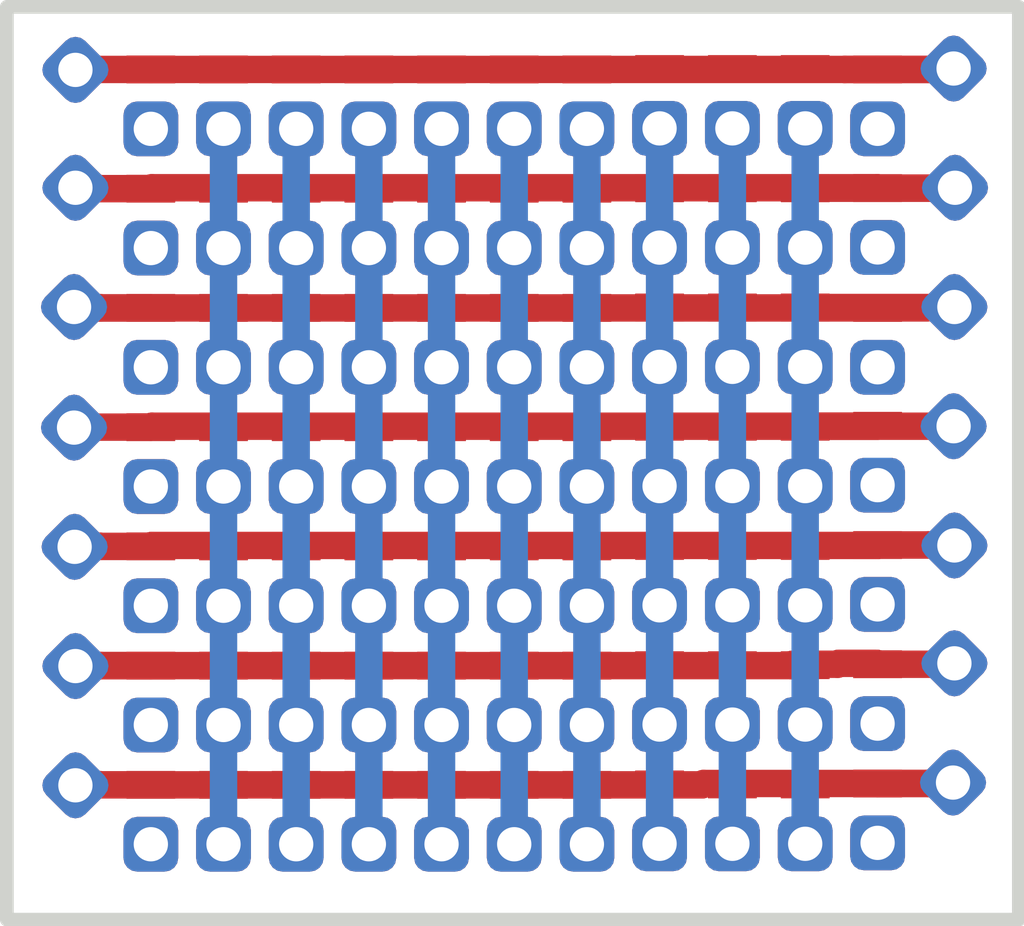
<source format=kicad_pcb>
(kicad_pcb (version 20221018) (generator pcbnew)
  (layers (0 "F.Cu" signal) (31 "B.Cu" signal) (34 "B.Paste" user) (35 "F.Paste" user) (36 "B.SilkS" user "B.Silkscreen") (37 "F.SilkS" user "F.Silkscreen") (38 "B.Mask" user) (39 "F.Mask" user) (44 "Edge.Cuts" user))
  (net 0 "")
  (net 1 "/Col8")
  (net 2 "/Col1")
  (net 3 "/Col2")
  (net 4 "/Col3")
  (net 5 "/Col4")
  (net 6 "/Col5")
  (net 7 "/Col6")
  (net 8 "/Col7")
  (net 9 "/Col10")
  (net 10 "/Col9")
  (net 11 "/Row1")
  (net 12 "/Row2")
  (net 13 "/Row3")
  (net 14 "/Row4")
  (net 15 "/Row5")
  (net 16 "/Row6")
  (net 17 "/Row7")
  (net 18 "/Col11")
  (footprint "Custom footprints:LED_APG0603SEC-E-TT_KNB - with via" (layer "F.Cu") (at 0.53 3.48 -90)
    (fp_text reference "D34" hide)
    (fp_text value "LED" hide)
    (pad "1" smd rect (at -0.2032 0 270) (size 0.2032 0.3556) (layers "F.Cu" "F.Paste" "F.Mask") (net 15 "/Row5"))
    (pad "2" thru_hole roundrect (at 0.23 0 270) (size 0.4 0.4) (drill 0.25) (layers "*.Cu") (net 7 "/Col6"))
  )
  (footprint "Custom footprints:Row Via" (layer "F.Cu") (at -0.64 1.53)
    (fp_text reference "H5" hide)
    (fp_text value "Via Pad" hide)
    (pad "1" thru_hole roundrect (at 0.08 0 45) (size 0.4 0.4) (drill 0.25) (layers "*.Cu" "B.Paste" "B.Mask") (net 13 "/Row3"))
  )
  (footprint "Custom footprints:LED_APG0603SEC-E-TT_KNB - with via" (layer "F.Cu") (at 1.06 5.22 -90)
    (fp_text reference "D47" hide)
    (fp_text value "LED" hide)
    (pad "1" smd rect (at -0.2032 0 270) (size 0.2032 0.3556) (layers "F.Cu" "F.Paste" "F.Mask") (net 17 "/Row7"))
    (pad "2" thru_hole roundrect (at 0.23 0 270) (size 0.4 0.4) (drill 0.25) (layers "*.Cu") (net 6 "/Col5"))
  )
  (footprint "Custom footprints:LED_APG0603SEC-E-TT_KNB - with via" (layer "F.Cu") (at 2.65 0 -90)
    (fp_text reference "D2" hide)
    (fp_text value "LED" hide)
    (pad "1" smd rect (at -0.2032 0 270) (size 0.2032 0.3556) (layers "F.Cu" "F.Paste" "F.Mask") (net 11 "/Row1"))
    (pad "2" thru_hole roundrect (at 0.23 0 270) (size 0.4 0.4) (drill 0.25) (layers "*.Cu") (net 3 "/Col2"))
  )
  (footprint "Custom footprints:Row Via" (layer "F.Cu") (at 5.77429 -0.21)
    (fp_text reference "H1" hide)
    (fp_text value "Via Pad" hide)
    (pad "1" thru_hole roundrect (at 0.08 0 45) (size 0.4 0.4) (drill 0.25) (layers "*.Cu" "B.Paste" "B.Mask") (net 11 "/Row1"))
  )
  (footprint "Custom footprints:LED_APG0603SEC-E-TT_KNB - with via" (layer "F.Cu") (at 0 3.48 -90)
    (fp_text reference "D35" hide)
    (fp_text value "LED" hide)
    (pad "1" smd rect (at -0.2032 0 270) (size 0.2032 0.3556) (layers "F.Cu" "F.Paste" "F.Mask") (net 15 "/Row5"))
    (pad "2" thru_hole roundrect (at 0.23 0 270) (size 0.4 0.4) (drill 0.25) (layers "*.Cu") (net 8 "/Col7"))
  )
  (footprint "Custom footprints:LED_APG0603SEC-E-TT_KNB - with via" (layer "F.Cu") (at 0 0 -90)
    (fp_text reference "D7" hide)
    (fp_text value "LED" hide)
    (pad "1" smd rect (at -0.2032 0 270) (size 0.2032 0.3556) (layers "F.Cu" "F.Paste" "F.Mask") (net 11 "/Row1"))
    (pad "2" thru_hole roundrect (at 0.23 0 270) (size 0.4 0.4) (drill 0.25) (layers "*.Cu") (net 8 "/Col7"))
  )
  (footprint "Custom footprints:Row Via" (layer "F.Cu") (at -0.63 0.66)
    (fp_text reference "H4" hide)
    (fp_text value "Via Pad" hide)
    (pad "1" thru_hole roundrect (at 0.08 0 45) (size 0.4 0.4) (drill 0.25) (layers "*.Cu" "B.Paste" "B.Mask") (net 12 "/Row2"))
  )
  (footprint "Custom footprints:LED_APG0603SEC-E-TT_KNB - with via" (layer "F.Cu") (at 3.71 -0.0032 -90)
    (fp_text reference "D50" hide)
    (fp_text value "LED" hide)
    (pad "1" smd rect (at -0.2032 0 270) (size 0.2032 0.3556) (layers "F.Cu" "F.Paste" "F.Mask") (net 11 "/Row1"))
    (pad "2" thru_hole roundrect (at 0.23 0 270) (size 0.4 0.4) (drill 0.25) (layers "*.Cu") (net 1 "/Col8"))
  )
  (footprint "Custom footprints:LED_APG0603SEC-E-TT_KNB - with via" (layer "F.Cu") (at 1.59 4.35 -90)
    (fp_text reference "D39" hide)
    (fp_text value "LED" hide)
    (pad "1" smd rect (at -0.2032 0 270) (size 0.2032 0.3556) (layers "F.Cu" "F.Paste" "F.Mask") (net 16 "/Row6"))
    (pad "2" thru_hole roundrect (at 0.23 0 270) (size 0.4 0.4) (drill 0.25) (layers "*.Cu") (net 5 "/Col4"))
  )
  (footprint "Custom footprints:LED_APG0603SEC-E-TT_KNB - with via" (layer "F.Cu") (at 1.06 1.74 -90)
    (fp_text reference "D19" hide)
    (fp_text value "LED" hide)
    (pad "1" smd rect (at -0.2032 0 270) (size 0.2032 0.3556) (layers "F.Cu" "F.Paste" "F.Mask") (net 13 "/Row3"))
    (pad "2" thru_hole roundrect (at 0.23 0 270) (size 0.4 0.4) (drill 0.25) (layers "*.Cu") (net 6 "/Col5"))
  )
  (footprint "Custom footprints:Row Via" (layer "F.Cu") (at 5.78 1.53)
    (fp_text reference "H6" hide)
    (fp_text value "Via Pad" hide)
    (pad "1" thru_hole roundrect (at 0.08 0 45) (size 0.4 0.4) (drill 0.25) (layers "*.Cu" "B.Paste" "B.Mask") (net 13 "/Row3"))
  )
  (footprint "Custom footprints:LED_APG0603SEC-E-TT_KNB - with via" (layer "F.Cu") (at 1.06 4.35 -90)
    (fp_text reference "D40" hide)
    (fp_text value "LED" hide)
    (pad "1" smd rect (at -0.2032 0 270) (size 0.2032 0.3556) (layers "F.Cu" "F.Paste" "F.Mask") (net 16 "/Row6"))
    (pad "2" thru_hole roundrect (at 0.23 0 270) (size 0.4 0.4) (drill 0.25) (layers "*.Cu") (net 6 "/Col5"))
  )
  (footprint "Custom footprints:LED_APG0603SEC-E-TT_KNB - with via" (layer "F.Cu") (at 1.06 0.87 -90)
    (fp_text reference "D12" hide)
    (fp_text value "LED" hide)
    (pad "1" smd rect (at -0.2032 0 270) (size 0.2032 0.3556) (layers "F.Cu" "F.Paste" "F.Mask") (net 12 "/Row2"))
    (pad "2" thru_hole roundrect (at 0.23 0 270) (size 0.4 0.4) (drill 0.25) (layers "*.Cu") (net 6 "/Col5"))
  )
  (footprint "Custom footprints:LED_APG0603SEC-E-TT_KNB - with via" (layer "F.Cu") (at 3.71 4.3468 -90)
    (fp_text reference "D55" hide)
    (fp_text value "LED" hide)
    (pad "1" smd rect (at -0.2032 0 270) (size 0.2032 0.3556) (layers "F.Cu" "F.Paste" "F.Mask") (net 16 "/Row6"))
    (pad "2" thru_hole roundrect (at 0.23 0 270) (size 0.4 0.4) (drill 0.25) (layers "*.Cu") (net 1 "/Col8"))
  )
  (footprint "Custom footprints:LED_APG0603SEC-E-TT_KNB - with via" (layer "F.Cu") (at 2.65 4.35 -90)
    (fp_text reference "D37" hide)
    (fp_text value "LED" hide)
    (pad "1" smd rect (at -0.2032 0 270) (size 0.2032 0.3556) (layers "F.Cu" "F.Paste" "F.Mask") (net 16 "/Row6"))
    (pad "2" thru_hole roundrect (at 0.23 0 270) (size 0.4 0.4) (drill 0.25) (layers "*.Cu") (net 3 "/Col2"))
  )
  (footprint "Custom footprints:LED_APG0603SEC-E-TT_KNB - with via" (layer "F.Cu") (at 4.772 -0.0032 -90)
    (fp_text reference "D64" hide)
    (fp_text value "LED" hide)
    (pad "1" smd rect (at -0.2032 0 270) (size 0.2032 0.3556) (layers "F.Cu" "F.Paste" "F.Mask") (net 11 "/Row1"))
    (pad "2" thru_hole roundrect (at 0.23 0 270) (size 0.4 0.4) (drill 0.25) (layers "*.Cu") (net 9 "/Col10"))
  )
  (footprint "Custom footprints:LED_APG0603SEC-E-TT_KNB - with via" (layer "F.Cu") (at 1.06 3.48 -90)
    (fp_text reference "D33" hide)
    (fp_text value "LED" hide)
    (pad "1" smd rect (at -0.2032 0 270) (size 0.2032 0.3556) (layers "F.Cu" "F.Paste" "F.Mask") (net 15 "/Row5"))
    (pad "2" thru_hole roundrect (at 0.23 0 270) (size 0.4 0.4) (drill 0.25) (layers "*.Cu") (net 6 "/Col5"))
  )
  (footprint "Custom footprints:LED_APG0603SEC-E-TT_KNB - with via" (layer "F.Cu") (at 0.53 4.35 -90)
    (fp_text reference "D41" hide)
    (fp_text value "LED" hide)
    (pad "1" smd rect (at -0.2032 0 270) (size 0.2032 0.3556) (layers "F.Cu" "F.Paste" "F.Mask") (net 16 "/Row6"))
    (pad "2" thru_hole roundrect (at 0.23 0 270) (size 0.4 0.4) (drill 0.25) (layers "*.Cu") (net 7 "/Col6"))
  )
  (footprint "Custom footprints:LED_APG0603SEC-E-TT_KNB - with via" (layer "F.Cu") (at 0 0.87 -90)
    (fp_text reference "D14" hide)
    (fp_text value "LED" hide)
    (pad "1" smd rect (at -0.2032 0 270) (size 0.2032 0.3556) (layers "F.Cu" "F.Paste" "F.Mask") (net 12 "/Row2"))
    (pad "2" thru_hole roundrect (at 0.23 0 270) (size 0.4 0.4) (drill 0.25) (layers "*.Cu") (net 8 "/Col7"))
  )
  (footprint "Custom footprints:LED_APG0603SEC-E-TT_KNB - with via" (layer "F.Cu") (at 1.59 0.87 -90)
    (fp_text reference "D11" hide)
    (fp_text value "LED" hide)
    (pad "1" smd rect (at -0.2032 0 270) (size 0.2032 0.3556) (layers "F.Cu" "F.Paste" "F.Mask") (net 12 "/Row2"))
    (pad "2" thru_hole roundrect (at 0.23 0 270) (size 0.4 0.4) (drill 0.25) (layers "*.Cu") (net 5 "/Col4"))
  )
  (footprint "Custom footprints:Row Via" (layer "F.Cu") (at 5.77 5)
    (fp_text reference "H14" hide)
    (fp_text value "Via Pad" hide)
    (pad "1" thru_hole roundrect (at 0.08 0 45) (size 0.4 0.4) (drill 0.25) (layers "*.Cu" "B.Paste" "B.Mask") (net 17 "/Row7"))
  )
  (footprint "Custom footprints:Row Via" (layer "F.Cu") (at 5.78 3.27)
    (fp_text reference "H9" hide)
    (fp_text value "Via Pad" hide)
    (pad "1" thru_hole roundrect (at 0.08 0 45) (size 0.4 0.4) (drill 0.25) (layers "*.Cu" "B.Paste" "B.Mask") (net 15 "/Row5"))
  )
  (footprint "Custom footprints:LED_APG0603SEC-E-TT_KNB - with via" (layer "F.Cu") (at 1.59 2.61 -90)
    (fp_text reference "D25" hide)
    (fp_text value "LED" hide)
    (pad "1" smd rect (at -0.2032 0 270) (size 0.2032 0.3556) (layers "F.Cu" "F.Paste" "F.Mask") (net 14 "/Row4"))
    (pad "2" thru_hole roundrect (at 0.23 0 270) (size 0.4 0.4) (drill 0.25) (layers "*.Cu") (net 5 "/Col4"))
  )
  (footprint "Custom footprints:LED_APG0603SEC-E-TT_KNB - with via" (layer "F.Cu") (at 2.12 2.61 -90)
    (fp_text reference "D24" hide)
    (fp_text value "LED" hide)
    (pad "1" smd rect (at -0.2032 0 270) (size 0.2032 0.3556) (layers "F.Cu" "F.Paste" "F.Mask") (net 14 "/Row4"))
    (pad "2" thru_hole roundrect (at 0.23 0 270) (size 0.4 0.4) (drill 0.25) (layers "*.Cu") (net 4 "/Col3"))
  )
  (footprint "Custom footprints:LED_APG0603SEC-E-TT_KNB - with via" (layer "F.Cu") (at 2.12 0.87 -90)
    (fp_text reference "D10" hide)
    (fp_text value "LED" hide)
    (pad "1" smd rect (at -0.2032 0 270) (size 0.2032 0.3556) (layers "F.Cu" "F.Paste" "F.Mask") (net 12 "/Row2"))
    (pad "2" thru_hole roundrect (at 0.23 0 270) (size 0.4 0.4) (drill 0.25) (layers "*.Cu") (net 4 "/Col3"))
  )
  (footprint "Custom footprints:LED_APG0603SEC-E-TT_KNB - with via" (layer "F.Cu") (at 4.241 3.4768 -90)
    (fp_text reference "D61" hide)
    (fp_text value "LED" hide)
    (pad "1" smd rect (at -0.2032 0 270) (size 0.2032 0.3556) (layers "F.Cu" "F.Paste" "F.Mask") (net 15 "/Row5"))
    (pad "2" thru_hole roundrect (at 0.23 0 270) (size 0.4 0.4) (drill 0.25) (layers "*.Cu") (net 10 "/Col9"))
  )
  (footprint "Custom footprints:LED_APG0603SEC-E-TT_KNB - with via" (layer "F.Cu") (at 1.59 3.48 -90)
    (fp_text reference "D32" hide)
    (fp_text value "LED" hide)
    (pad "1" smd rect (at -0.2032 0 270) (size 0.2032 0.3556) (layers "F.Cu" "F.Paste" "F.Mask") (net 15 "/Row5"))
    (pad "2" thru_hole roundrect (at 0.23 0 270) (size 0.4 0.4) (drill 0.25) (layers "*.Cu") (net 5 "/Col4"))
  )
  (footprint "Custom footprints:Row Via" (layer "F.Cu") (at 5.78429 0.66)
    (fp_text reference "H3" hide)
    (fp_text value "Via Pad" hide)
    (pad "1" thru_hole roundrect (at 0.08 0 45) (size 0.4 0.4) (drill 0.25) (layers "*.Cu" "B.Paste" "B.Mask") (net 12 "/Row2"))
  )
  (footprint "Custom footprints:LED_APG0603SEC-E-TT_KNB - with via" (layer "F.Cu") (at 3.18 0 -90)
    (fp_text reference "D1" hide)
    (fp_text value "LED" hide)
    (pad "1" smd rect (at -0.2032 0 270) (size 0.2032 0.3556) (layers "F.Cu" "F.Paste" "F.Mask") (net 11 "/Row1"))
    (pad "2" thru_hole roundrect (at 0.23 0 270) (size 0.4 0.4) (drill 0.25) (layers "*.Cu") (net 2 "/Col1"))
  )
  (footprint "Custom footprints:LED_APG0603SEC-E-TT_KNB - with via" (layer "F.Cu") (at 2.65 3.48 -90)
    (fp_text reference "D30" hide)
    (fp_text value "LED" hide)
    (pad "1" smd rect (at -0.2032 0 270) (size 0.2032 0.3556) (layers "F.Cu" "F.Paste" "F.Mask") (net 15 "/Row5"))
    (pad "2" thru_hole roundrect (at 0.23 0 270) (size 0.4 0.4) (drill 0.25) (layers "*.Cu") (net 3 "/Col2"))
  )
  (footprint "Custom footprints:LED_APG0603SEC-E-TT_KNB - with via" (layer "F.Cu") (at 3.71 3.4768 -90)
    (fp_text reference "D54" hide)
    (fp_text value "LED" hide)
    (pad "1" smd rect (at -0.2032 0 270) (size 0.2032 0.3556) (layers "F.Cu" "F.Paste" "F.Mask") (net 15 "/Row5"))
    (pad "2" thru_hole roundrect (at 0.23 0 270) (size 0.4 0.4) (drill 0.25) (layers "*.Cu") (net 1 "/Col8"))
  )
  (footprint "Custom footprints:LED_APG0603SEC-E-TT_KNB - with via" (layer "F.Cu") (at 3.71 0.8668 -90)
    (fp_text reference "D51" hide)
    (fp_text value "LED" hide)
    (pad "1" smd rect (at -0.2032 0 270) (size 0.2032 0.3556) (layers "F.Cu" "F.Paste" "F.Mask") (net 12 "/Row2"))
    (pad "2" thru_hole roundrect (at 0.23 0 270) (size 0.4 0.4) (drill 0.25) (layers "*.Cu") (net 1 "/Col8"))
  )
  (footprint "Custom footprints:LED_APG0603SEC-E-TT_KNB - with via" (layer "F.Cu") (at 3.18 4.35 -90)
    (fp_text reference "D36" hide)
    (fp_text value "LED" hide)
    (pad "1" smd rect (at -0.2032 0 270) (size 0.2032 0.3556) (layers "F.Cu" "F.Paste" "F.Mask") (net 16 "/Row6"))
    (pad "2" thru_hole roundrect (at 0.23 0 270) (size 0.4 0.4) (drill 0.25) (layers "*.Cu") (net 2 "/Col1"))
  )
  (footprint "Custom footprints:LED_APG0603SEC-E-TT_KNB - with via" (layer "F.Cu") (at 4.772 4.3468 -90)
    (fp_text reference "D69" hide)
    (fp_text value "LED" hide)
    (pad "1" smd rect (at -0.2032 0 270) (size 0.2032 0.3556) (layers "F.Cu" "F.Paste" "F.Mask") (net 16 "/Row6"))
    (pad "2" thru_hole roundrect (at 0.23 0 270) (size 0.4 0.4) (drill 0.25) (layers "*.Cu") (net 9 "/Col10"))
  )
  (footprint "Custom footprints:LED_APG0603SEC-E-TT_KNB - with via" (layer "F.Cu") (at 2.12 4.35 -90)
    (fp_text reference "D38" hide)
    (fp_text value "LED" hide)
    (pad "1" smd rect (at -0.2032 0 270) (size 0.2032 0.3556) (layers "F.Cu" "F.Paste" "F.Mask") (net 16 "/Row6"))
    (pad "2" thru_hole roundrect (at 0.23 0 270) (size 0.4 0.4) (drill 0.25) (layers "*.Cu") (net 4 "/Col3"))
  )
  (footprint "Custom footprints:LED_APG0603SEC-E-TT_KNB - with via" (layer "F.Cu") (at 4.241 4.3468 -90)
    (fp_text reference "D62" hide)
    (fp_text value "LED" hide)
    (pad "1" smd rect (at -0.2032 0 270) (size 0.2032 0.3556) (layers "F.Cu" "F.Paste" "F.Mask") (net 16 "/Row6"))
    (pad "2" thru_hole roundrect (at 0.23 0 270) (size 0.4 0.4) (drill 0.25) (layers "*.Cu") (net 10 "/Col9"))
  )
  (footprint "Custom footprints:LED_APG0603SEC-E-TT_KNB - with via" (layer "F.Cu") (at 0.53 5.22 -90)
    (fp_text reference "D48" hide)
    (fp_text value "LED" hide)
    (pad "1" smd rect (at -0.2032 0 270) (size 0.2032 0.3556) (layers "F.Cu" "F.Paste" "F.Mask") (net 17 "/Row7"))
    (pad "2" thru_hole roundrect (at 0.23 0 270) (size 0.4 0.4) (drill 0.25) (layers "*.Cu") (net 7 "/Col6"))
  )
  (footprint "Custom footprints:LED_APG0603SEC-E-TT_KNB - with via" (layer "F.Cu") (at 0 2.61 -90)
    (fp_text reference "D28" hide)
    (fp_text value "LED" hide)
    (pad "1" smd rect (at -0.2032 0 270) (size 0.2032 0.3556) (layers "F.Cu" "F.Paste" "F.Mask") (net 14 "/Row4"))
    (pad "2" thru_hole roundrect (at 0.23 0 270) (size 0.4 0.4) (drill 0.25) (layers "*.Cu") (net 8 "/Col7"))
  )
  (footprint "Custom footprints:Row Via" (layer "F.Cu") (at 5.77429 2.4)
    (fp_text reference "H7" hide)
    (fp_text value "Via Pad" hide)
    (pad "1" thru_hole roundrect (at 0.08 0 45) (size 0.4 0.4) (drill 0.25) (layers "*.Cu" "B.Paste" "B.Mask") (net 14 "/Row4"))
  )
  (footprint "Custom footprints:LED_APG0603SEC-E-TT_KNB - with via" (layer "F.Cu") (at 0.53 1.74 -90)
    (fp_text reference "D20" hide)
    (fp_text value "LED" hide)
    (pad "1" smd rect (at -0.2032 0 270) (size 0.2032 0.3556) (layers "F.Cu" "F.Paste" "F.Mask") (net 13 "/Row3"))
    (pad "2" thru_hole roundrect (at 0.23 0 270) (size 0.4 0.4) (drill 0.25) (layers "*.Cu") (net 7 "/Col6"))
  )
  (footprint "Custom footprints:Row Via" (layer "F.Cu") (at -0.63571 3.28)
    (fp_text reference "H10" hide)
    (fp_text value "Via Pad" hide)
    (pad "1" thru_hole roundrect (at 0.08 0 45) (size 0.4 0.4) (drill 0.25) (layers "*.Cu" "B.Paste" "B.Mask") (net 15 "/Row5"))
  )
  (footprint "Custom footprints:LED_APG0603SEC-E-TT_KNB - with via" (layer "F.Cu") (at 4.772 2.6068 -90)
    (fp_text reference "D67" hide)
    (fp_text value "LED" hide)
    (pad "1" smd rect (at -0.2032 0 270) (size 0.2032 0.3556) (layers "F.Cu" "F.Paste" "F.Mask") (net 14 "/Row4"))
    (pad "2" thru_hole roundrect (at 0.23 0 270) (size 0.4 0.4) (drill 0.25) (layers "*.Cu") (net 9 "/Col10"))
  )
  (footprint "Custom footprints:LED_APG0603SEC-E-TT_KNB - with via" (layer "F.Cu") (at 5.3 5.21 -90)
    (fp_text reference "D77" hide)
    (fp_text value "LED" hide)
    (pad "1" smd rect (at -0.2032 0 270) (size 0.2032 0.3556) (layers "F.Cu" "F.Paste" "F.Mask") (net 17 "/Row7"))
    (pad "2" thru_hole roundrect (at 0.23 0 270) (size 0.4 0.4) (drill 0.25) (layers "*.Cu") (net 18 "/Col11"))
  )
  (footprint "Custom footprints:LED_APG0603SEC-E-TT_KNB - with via" (layer "F.Cu") (at 4.772 5.2168 -90)
    (fp_text reference "D70" hide)
    (fp_text value "LED" hide)
    (pad "1" smd rect (at -0.2032 0 270) (size 0.2032 0.3556) (layers "F.Cu" "F.Paste" "F.Mask") (net 17 "/Row7"))
    (pad "2" thru_hole roundrect (at 0.23 0 270) (size 0.4 0.4) (drill 0.25) (layers "*.Cu") (net 9 "/Col10"))
  )
  (footprint "Custom footprints:LED_APG0603SEC-E-TT_KNB - with via" (layer "F.Cu") (at 5.3 0.8655 -90)
    (fp_text reference "D72" hide)
    (fp_text value "LED" hide)
    (pad "1" smd rect (at -0.2032 0 270) (size 0.2032 0.3556) (layers "F.Cu" "F.Paste" "F.Mask") (net 12 "/Row2"))
    (pad "2" thru_hole roundrect (at 0.23 0 270) (size 0.4 0.4) (drill 0.25) (layers "*.Cu") (net 18 "/Col11"))
  )
  (footprint "Custom footprints:LED_APG0603SEC-E-TT_KNB - with via" (layer "F.Cu") (at 4.241 -0.0032 -90)
    (fp_text reference "D57" hide)
    (fp_text value "LED" hide)
    (pad "1" smd rect (at -0.2032 0 270) (size 0.2032 0.3556) (layers "F.Cu" "F.Paste" "F.Mask") (net 11 "/Row1"))
    (pad "2" thru_hole roundrect (at 0.23 0 270) (size 0.4 0.4) (drill 0.25) (layers "*.Cu") (net 10 "/Col9"))
  )
  (footprint "Custom footprints:LED_APG0603SEC-E-TT_KNB - with via" (layer "F.Cu") (at 4.241 0.8668 -90)
    (fp_text reference "D58" hide)
    (fp_text value "LED" hide)
    (pad "1" smd rect (at -0.2032 0 270) (size 0.2032 0.3556) (layers "F.Cu" "F.Paste" "F.Mask") (net 12 "/Row2"))
    (pad "2" thru_hole roundrect (at 0.23 0 270) (size 0.4 0.4) (drill 0.25) (layers "*.Cu") (net 10 "/Col9"))
  )
  (footprint "Custom footprints:Row Via" (layer "F.Cu") (at -0.63 5.02)
    (fp_text reference "H13" hide)
    (fp_text value "Via Pad" hide)
    (pad "1" thru_hole roundrect (at 0.08 0 45) (size 0.4 0.4) (drill 0.25) (layers "*.Cu" "B.Paste" "B.Mask") (net 17 "/Row7"))
  )
  (footprint "Custom footprints:LED_APG0603SEC-E-TT_KNB - with via" (layer "F.Cu") (at 1.59 5.22 -90)
    (fp_text reference "D46" hide)
    (fp_text value "LED" hide)
    (pad "1" smd rect (at -0.2032 0 270) (size 0.2032 0.3556) (layers "F.Cu" "F.Paste" "F.Mask") (net 17 "/Row7"))
    (pad "2" thru_hole roundrect (at 0.23 0 270) (size 0.4 0.4) (drill 0.25) (layers "*.Cu") (net 5 "/Col4"))
  )
  (footprint "Custom footprints:Row Via" (layer "F.Cu") (at -0.64 2.41)
    (fp_text reference "H8" hide)
    (fp_text value "Via Pad" hide)
    (pad "1" thru_hole roundrect (at 0.08 0 45) (size 0.4 0.4) (drill 0.25) (layers "*.Cu" "B.Paste" "B.Mask") (net 14 "/Row4"))
  )
  (footprint "Custom footprints:LED_APG0603SEC-E-TT_KNB - with via" (layer "F.Cu") (at 3.18 1.74 -90)
    (fp_text reference "D15" hide)
    (fp_text value "LED" hide)
    (pad "1" smd rect (at -0.2032 0 270) (size 0.2032 0.3556) (layers "F.Cu" "F.Paste" "F.Mask") (net 13 "/Row3"))
    (pad "2" thru_hole roundrect (at 0.23 0 270) (size 0.4 0.4) (drill 0.25) (layers "*.Cu") (net 2 "/Col1"))
  )
  (footprint "Custom footprints:LED_APG0603SEC-E-TT_KNB - with via" (layer "F.Cu") (at 3.71 1.7368 -90)
    (fp_text reference "D52" hide)
    (fp_text value "LED" hide)
    (pad "1" smd rect (at -0.2032 0 270) (size 0.2032 0.3556) (layers "F.Cu" "F.Paste" "F.Mask") (net 13 "/Row3"))
    (pad "2" thru_hole roundrect (at 0.23 0 270) (size 0.4 0.4) (drill 0.25) (layers "*.Cu") (net 1 "/Col8"))
  )
  (footprint "Custom footprints:LED_APG0603SEC-E-TT_KNB - with via" (layer "F.Cu") (at 2.12 3.48 -90)
    (fp_text reference "D31" hide)
    (fp_text value "LED" hide)
    (pad "1" smd rect (at -0.2032 0 270) (size 0.2032 0.3556) (layers "F.Cu" "F.Paste" "F.Mask") (net 15 "/Row5"))
    (pad "2" thru_hole roundrect (at 0.23 0 270) (size 0.4 0.4) (drill 0.25) (layers "*.Cu") (net 4 "/Col3"))
  )
  (footprint "Custom footprints:LED_APG0603SEC-E-TT_KNB - with via" (layer "F.Cu") (at 0.53 2.61 -90)
    (fp_text reference "D27" hide)
    (fp_text value "LED" hide)
    (pad "1" smd rect (at -0.2032 0 270) (size 0.2032 0.3556) (layers "F.Cu" "F.Paste" "F.Mask") (net 14 "/Row4"))
    (pad "2" thru_hole roundrect (at 0.23 0 270) (size 0.4 0.4) (drill 0.25) (layers "*.Cu") (net 7 "/Col6"))
  )
  (footprint "Custom footprints:LED_APG0603SEC-E-TT_KNB - with via" (layer "F.Cu") (at 3.18 2.61 -90)
    (fp_text reference "D22" hide)
    (fp_text value "LED" hide)
    (pad "1" smd rect (at -0.2032 0 270) (size 0.2032 0.3556) (layers "F.Cu" "F.Paste" "F.Mask") (net 14 "/Row4"))
    (pad "2" thru_hole roundrect (at 0.23 0 270) (size 0.4 0.4) (drill 0.25) (layers "*.Cu") (net 2 "/Col1"))
  )
  (footprint "Custom footprints:LED_APG0603SEC-E-TT_KNB - with via" (layer "F.Cu") (at 3.71 2.6068 -90)
    (fp_text reference "D53" hide)
    (fp_text value "LED" hide)
    (pad "1" smd rect (at -0.2032 0 270) (size 0.2032 0.3556) (layers "F.Cu" "F.Paste" "F.Mask") (net 14 "/Row4"))
    (pad "2" thru_hole roundrect (at 0.23 0 270) (size 0.4 0.4) (drill 0.25) (layers "*.Cu") (net 1 "/Col8"))
  )
  (footprint "Custom footprints:LED_APG0603SEC-E-TT_KNB - with via" (layer "F.Cu") (at 5.3 2.6 -90)
    (fp_text reference "D74" hide)
    (fp_text value "LED" hide)
    (pad "1" smd rect (at -0.2032 0 270) (size 0.2032 0.3556) (layers "F.Cu" "F.Paste" "F.Mask") (net 14 "/Row4"))
    (pad "2" thru_hole roundrect (at 0.23 0 270) (size 0.4 0.4) (drill 0.25) (layers "*.Cu") (net 18 "/Col11"))
  )
  (footprint "Custom footprints:LED_APG0603SEC-E-TT_KNB - with via" (layer "F.Cu") (at 2.65 2.61 -90)
    (fp_text reference "D23" hide)
    (fp_text value "LED" hide)
    (pad "1" smd rect (at -0.2032 0 270) (size 0.2032 0.3556) (layers "F.Cu" "F.Paste" "F.Mask") (net 14 "/Row4"))
    (pad "2" thru_hole roundrect (at 0.23 0 270) (size 0.4 0.4) (drill 0.25) (layers "*.Cu") (net 3 "/Col2"))
  )
  (footprint "Custom footprints:LED_APG0603SEC-E-TT_KNB - with via" (layer "F.Cu") (at 2.65 5.22 -90)
    (fp_text reference "D44" hide)
    (fp_text value "LED" hide)
    (pad "1" smd rect (at -0.2032 0 270) (size 0.2032 0.3556) (layers "F.Cu" "F.Paste" "F.Mask") (net 17 "/Row7"))
    (pad "2" thru_hole roundrect (at 0.23 0 270) (size 0.4 0.4) (drill 0.25) (layers "*.Cu") (net 3 "/Col2"))
  )
  (footprint "Custom footprints:LED_APG0603SEC-E-TT_KNB - with via" (layer "F.Cu") (at 5.3 4.34 -90)
    (fp_text reference "D76" hide)
    (fp_text value "LED" hide)
    (pad "1" smd rect (at -0.2032 0 270) (size 0.2032 0.3556) (layers "F.Cu" "F.Paste" "F.Mask") (net 16 "/Row6"))
    (pad "2" thru_hole roundrect (at 0.23 0 270) (size 0.4 0.4) (drill 0.25) (layers "*.Cu") (net 18 "/Col11"))
  )
  (footprint "Custom footprints:LED_APG0603SEC-E-TT_KNB - with via" (layer "F.Cu") (at 2.12 1.74 -90)
    (fp_text reference "D17" hide)
    (fp_text value "LED" hide)
    (pad "1" smd rect (at -0.2032 0 270) (size 0.2032 0.3556) (layers "F.Cu" "F.Paste" "F.Mask") (net 13 "/Row3"))
    (pad "2" thru_hole roundrect (at 0.23 0 270) (size 0.4 0.4) (drill 0.25) (layers "*.Cu") (net 4 "/Col3"))
  )
  (footprint "Custom footprints:LED_APG0603SEC-E-TT_KNB - with via" (layer "F.Cu") (at 3.18 5.22 -90)
    (fp_text reference "D43" hide)
    (fp_text value "LED" hide)
    (pad "1" smd rect (at -0.2032 0 270) (size 0.2032 0.3556) (layers "F.Cu" "F.Paste" "F.Mask") (net 17 "/Row7"))
    (pad "2" thru_hole roundrect (at 0.23 0 270) (size 0.4 0.4) (drill 0.25) (layers "*.Cu") (net 2 "/Col1"))
  )
  (footprint "Custom footprints:LED_APG0603SEC-E-TT_KNB - with via" (layer "F.Cu") (at 4.772 3.4768 -90)
    (fp_text reference "D68" hide)
    (fp_text value "LED" hide)
    (pad "1" smd rect (at -0.2032 0 270) (size 0.2032 0.3556) (layers "F.Cu" "F.Paste" "F.Mask") (net 15 "/Row5"))
    (pad "2" thru_hole roundrect (at 0.23 0 270) (size 0.4 0.4) (drill 0.25) (layers "*.Cu") (net 9 "/Col10"))
  )
  (footprint "Custom footprints:LED_APG0603SEC-E-TT_KNB - with via" (layer "F.Cu") (at 4.241 5.2168 -90)
    (fp_text reference "D63" hide)
    (fp_text value "LED" hide)
    (pad "1" smd rect (at -0.2032 0 270) (size 0.2032 0.3556) (layers "F.Cu" "F.Paste" "F.Mask") (net 17 "/Row7"))
    (pad "2" thru_hole roundrect (at 0.23 0 270) (size 0.4 0.4) (drill 0.25) (layers "*.Cu") (net 10 "/Col9"))
  )
  (footprint "Custom footprints:Row Via" (layer "F.Cu") (at -0.63 4.15)
    (fp_text reference "H12" hide)
    (fp_text value "Via Pad" hide)
    (pad "1" thru_hole roundrect (at 0.08 0 45) (size 0.4 0.4) (drill 0.25) (layers "*.Cu" "B.Paste" "B.Mask") (net 16 "/Row6"))
  )
  (footprint "Custom footprints:LED_APG0603SEC-E-TT_KNB - with via" (layer "F.Cu") (at 0.53 0 -90)
    (fp_text reference "D6" hide)
    (fp_text value "LED" hide)
    (pad "1" smd rect (at -0.2032 0 270) (size 0.2032 0.3556) (layers "F.Cu" "F.Paste" "F.Mask") (net 11 "/Row1"))
    (pad "2" thru_hole roundrect (at 0.23 0 270) (size 0.4 0.4) (drill 0.25) (layers "*.Cu") (net 7 "/Col6"))
  )
  (footprint "Custom footprints:Row Via" (layer "F.Cu") (at -0.63 -0.2)
    (fp_text reference "H2" hide)
    (fp_text value "Via Pad" hide)
    (pad "1" thru_hole roundrect (at 0.08 0 45) (size 0.4 0.4) (drill 0.25) (layers "*.Cu" "B.Paste" "B.Mask") (net 11 "/Row1"))
  )
  (footprint "Custom footprints:LED_APG0603SEC-E-TT_KNB - with via" (layer "F.Cu") (at 2.12 0 -90)
    (fp_text reference "D3" hide)
    (fp_text value "LED" hide)
    (pad "1" smd rect (at -0.2032 0 270) (size 0.2032 0.3556) (layers "F.Cu" "F.Paste" "F.Mask") (net 11 "/Row1"))
    (pad "2" thru_hole roundrect (at 0.23 0 270) (size 0.4 0.4) (drill 0.25) (layers "*.Cu") (net 4 "/Col3"))
  )
  (footprint "Custom footprints:LED_APG0603SEC-E-TT_KNB - with via" (layer "F.Cu") (at 0 1.74 -90)
    (fp_text reference "D21" hide)
    (fp_text value "LED" hide)
    (pad "1" smd rect (at -0.2032 0 270) (size 0.2032 0.3556) (layers "F.Cu" "F.Paste" "F.Mask") (net 13 "/Row3"))
    (pad "2" thru_hole roundrect (at 0.23 0 270) (size 0.4 0.4) (drill 0.25) (layers "*.Cu") (net 8 "/Col7"))
  )
  (footprint "Custom footprints:LED_APG0603SEC-E-TT_KNB - with via" (layer "F.Cu") (at 3.18 0.87 -90)
    (fp_text reference "D8" hide)
    (fp_text value "LED" hide)
    (pad "1" smd rect (at -0.2032 0 270) (size 0.2032 0.3556) (layers "F.Cu" "F.Paste" "F.Mask") (net 12 "/Row2"))
    (pad "2" thru_hole roundrect (at 0.23 0 270) (size 0.4 0.4) (drill 0.25) (layers "*.Cu") (net 2 "/Col1"))
  )
  (footprint "Custom footprints:LED_APG0603SEC-E-TT_KNB - with via" (layer "F.Cu") (at 1.06 0 -90)
    (fp_text reference "D5" hide)
    (fp_text value "LED" hide)
    (pad "1" smd rect (at -0.2032 0 270) (size 0.2032 0.3556) (layers "F.Cu" "F.Paste" "F.Mask") (net 11 "/Row1"))
    (pad "2" thru_hole roundrect (at 0.23 0 270) (size 0.4 0.4) (drill 0.25) (layers "*.Cu") (net 6 "/Col5"))
  )
  (footprint "Custom footprints:LED_APG0603SEC-E-TT_KNB - with via" (layer "F.Cu") (at 2.65 0.87 -90)
    (fp_text reference "D9" hide)
    (fp_text value "LED" hide)
    (pad "1" smd rect (at -0.2032 0 270) (size 0.2032 0.3556) (layers "F.Cu" "F.Paste" "F.Mask") (net 12 "/Row2"))
    (pad "2" thru_hole roundrect (at 0.23 0 270) (size 0.4 0.4) (drill 0.25) (layers "*.Cu") (net 3 "/Col2"))
  )
  (footprint "Custom footprints:Row Via" (layer "F.Cu") (at 5.78 4.13)
    (fp_text reference "H11" hide)
    (fp_text value "Via Pad" hide)
    (pad "1" thru_hole roundrect (at 0.08 0 45) (size 0.4 0.4) (drill 0.25) (layers "*.Cu" "B.Paste" "B.Mask") (net 16 "/Row6"))
  )
  (footprint "Custom footprints:LED_APG0603SEC-E-TT_KNB - with via" (layer "F.Cu") (at 2.12 5.22 -90)
    (fp_text reference "D45" hide)
    (fp_text value "LED" hide)
    (pad "1" smd rect (at -0.2032 0 270) (size 0.2032 0.3556) (layers "F.Cu" "F.Paste" "F.Mask") (net 17 "/Row7"))
    (pad "2" thru_hole roundrect (at 0.23 0 270) (size 0.4 0.4) (drill 0.25) (layers "*.Cu") (net 4 "/Col3"))
  )
  (footprint "Custom footprints:LED_APG0603SEC-E-TT_KNB - with via" (layer "F.Cu") (at 5.3 0 -90)
    (fp_text reference "D71" hide)
    (fp_text value "LED" hide)
    (pad "1" smd rect (at -0.2032 0 270) (size 0.2032 0.3556) (layers "F.Cu" "F.Paste" "F.Mask") (net 11 "/Row1"))
    (pad "2" thru_hole roundrect (at 0.23 0 270) (size 0.4 0.4) (drill 0.25) (layers "*.Cu") (net 18 "/Col11"))
  )
  (footprint "Custom footprints:LED_APG0603SEC-E-TT_KNB - with via" (layer "F.Cu") (at 4.241 2.6068 -90)
    (fp_text reference "D60" hide)
    (fp_text value "LED" hide)
    (pad "1" smd rect (at -0.2032 0 270) (size 0.2032 0.3556) (layers "F.Cu" "F.Paste" "F.Mask") (net 14 "/Row4"))
    (pad "2" thru_hole roundrect (at 0.23 0 270) (size 0.4 0.4) (drill 0.25) (layers "*.Cu") (net 10 "/Col9"))
  )
  (footprint "Custom footprints:LED_APG0603SEC-E-TT_KNB - with via" (layer "F.Cu") (at 4.772 0.8668 -90)
    (fp_text reference "D65" hide)
    (fp_text value "LED" hide)
    (pad "1" smd rect (at -0.2032 0 270) (size 0.2032 0.3556) (layers "F.Cu" "F.Paste" "F.Mask") (net 12 "/Row2"))
    (pad "2" thru_hole roundrect (at 0.23 0 270) (size 0.4 0.4) (drill 0.25) (layers "*.Cu") (net 9 "/Col10"))
  )
  (footprint "Custom footprints:LED_APG0603SEC-E-TT_KNB - with via" (layer "F.Cu") (at 1.06 2.61 -90)
    (fp_text reference "D26" hide)
    (fp_text value "LED" hide)
    (pad "1" smd rect (at -0.2032 0 270) (size 0.2032 0.3556) (layers "F.Cu" "F.Paste" "F.Mask") (net 14 "/Row4"))
    (pad "2" thru_hole roundrect (at 0.23 0 270) (size 0.4 0.4) (drill 0.25) (layers "*.Cu") (net 6 "/Col5"))
  )
  (footprint "Custom footprints:LED_APG0603SEC-E-TT_KNB - with via" (layer "F.Cu") (at 0 4.35 -90)
    (fp_text reference "D42" hide)
    (fp_text value "LED" hide)
    (pad "1" smd rect (at -0.2032 0 270) (size 0.2032 0.3556) (layers "F.Cu" "F.Paste" "F.Mask") (net 16 "/Row6"))
    (pad "2" thru_hole roundrect (at 0.23 0 270) (size 0.4 0.4) (drill 0.25) (layers "*.Cu") (net 8 "/Col7"))
  )
  (footprint "Custom footprints:LED_APG0603SEC-E-TT_KNB - with via" (layer "F.Cu") (at 1.59 1.74 -90)
    (fp_text reference "D18" hide)
    (fp_text value "LED" hide)
    (pad "1" smd rect (at -0.2032 0 270) (size 0.2032 0.3556) (layers "F.Cu" "F.Paste" "F.Mask") (net 13 "/Row3"))
    (pad "2" thru_hole roundrect (at 0.23 0 270) (size 0.4 0.4) (drill 0.25) (layers "*.Cu") (net 5 "/Col4"))
  )
  (footprint "Custom footprints:LED_APG0603SEC-E-TT_KNB - with via" (layer "F.Cu") (at 3.71 5.2168 -90)
    (fp_text reference "D56" hide)
    (fp_text value "LED" hide)
    (pad "1" smd rect (at -0.2032 0 270) (size 0.2032 0.3556) (layers "F.Cu" "F.Paste" "F.Mask") (net 17 "/Row7"))
    (pad "2" thru_hole roundrect (at 0.23 0 270) (size 0.4 0.4) (drill 0.25) (layers "*.Cu") (net 1 "/Col8"))
  )
  (footprint "Custom footprints:LED_APG0603SEC-E-TT_KNB - with via" (layer "F.Cu") (at 3.18 3.48 -90)
    (fp_text reference "D29" hide)
    (fp_text value "LED" hide)
    (pad "1" smd rect (at -0.2032 0 270) (size 0.2032 0.3556) (layers "F.Cu" "F.Paste" "F.Mask") (net 15 "/Row5"))
    (pad "2" thru_hole roundrect (at 0.23 0 270) (size 0.4 0.4) (drill 0.25) (layers "*.Cu") (net 2 "/Col1"))
  )
  (footprint "Custom footprints:LED_APG0603SEC-E-TT_KNB - with via" (layer "F.Cu") (at 0.53 0.87 -90)
    (fp_text reference "D13" hide)
    (fp_text value "LED" hide)
    (pad "1" smd rect (at -0.2032 0 270) (size 0.2032 0.3556) (layers "F.Cu" "F.Paste" "F.Mask") (net 12 "/Row2"))
    (pad "2" thru_hole roundrect (at 0.23 0 270) (size 0.4 0.4) (drill 0.25) (layers "*.Cu") (net 7 "/Col6"))
  )
  (footprint "Custom footprints:LED_APG0603SEC-E-TT_KNB - with via" (layer "F.Cu") (at 0 5.22 -90)
    (fp_text reference "D49" hide)
    (fp_text value "LED" hide)
    (pad "1" smd rect (at -0.2032 0 270) (size 0.2032 0.3556) (layers "F.Cu" "F.Paste" "F.Mask") (net 17 "/Row7"))
    (pad "2" thru_hole roundrect (at 0.23 0 270) (size 0.4 0.4) (drill 0.25) (layers "*.Cu") (net 8 "/Col7"))
  )
  (footprint "Custom footprints:LED_APG0603SEC-E-TT_KNB - with via" (layer "F.Cu") (at 5.3 3.47 -90)
    (fp_text reference "D75" hide)
    (fp_text value "LED" hide)
    (pad "1" smd rect (at -0.2032 0 270) (size 0.2032 0.3556) (layers "F.Cu" "F.Paste" "F.Mask") (net 15 "/Row5"))
    (pad "2" thru_hole roundrect (at 0.23 0 270) (size 0.4 0.4) (drill 0.25) (layers "*.Cu") (net 18 "/Col11"))
  )
  (footprint "Custom footprints:LED_APG0603SEC-E-TT_KNB - with via" (layer "F.Cu") (at 1.59 0 -90)
    (fp_text reference "D4" hide)
    (fp_text value "LED" hide)
    (pad "1" smd rect (at -0.2032 0 270) (size 0.2032 0.3556) (layers "F.Cu" "F.Paste" "F.Mask") (net 11 "/Row1"))
    (pad "2" thru_hole roundrect (at 0.23 0 270) (size 0.4 0.4) (drill 0.25) (layers "*.Cu") (net 5 "/Col4"))
  )
  (footprint "Custom footprints:LED_APG0603SEC-E-TT_KNB - with via" (layer "F.Cu") (at 4.772 1.7368 -90)
    (fp_text reference "D66" hide)
    (fp_text value "LED" hide)
    (pad "1" smd rect (at -0.2032 0 270) (size 0.2032 0.3556) (layers "F.Cu" "F.Paste" "F.Mask") (net 13 "/Row3"))
    (pad "2" thru_hole roundrect (at 0.23 0 270) (size 0.4 0.4) (drill 0.25) (layers "*.Cu") (net 9 "/Col10"))
  )
  (footprint "Custom footprints:LED_APG0603SEC-E-TT_KNB - with via" (layer "F.Cu") (at 4.241 1.7368 -90)
    (fp_text reference "D59" hide)
    (fp_text value "LED" hide)
    (pad "1" smd rect (at -0.2032 0 270) (size 0.2032 0.3556) (layers "F.Cu" "F.Paste" "F.Mask") (net 13 "/Row3"))
    (pad "2" thru_hole roundrect (at 0.23 0 270) (size 0.4 0.4) (drill 0.25) (layers "*.Cu") (net 10 "/Col9"))
  )
  (footprint "Custom footprints:LED_APG0603SEC-E-TT_KNB - with via" (layer "F.Cu") (at 2.65 1.74 -90)
    (fp_text reference "D16" hide)
    (fp_text value "LED" hide)
    (pad "1" smd rect (at -0.2032 0 270) (size 0.2032 0.3556) (layers "F.Cu" "F.Paste" "F.Mask") (net 13 "/Row3"))
    (pad "2" thru_hole roundrect (at 0.23 0 270) (size 0.4 0.4) (drill 0.25) (layers "*.Cu") (net 3 "/Col2"))
  )
  (footprint "Custom footprints:LED_APG0603SEC-E-TT_KNB - with via" (layer "F.Cu") (at 5.3 1.74 -90)
    (fp_text reference "D73" hide)
    (fp_text value "LED" hide)
    (pad "1" smd rect (at -0.2032 0 270) (size 0.2032 0.3556) (layers "F.Cu" "F.Paste" "F.Mask") (net 13 "/Row3"))
    (pad "2" thru_hole roundrect (at 0.23 0 270) (size 0.4 0.4) (drill 0.25) (layers "*.Cu") (net 18 "/Col11"))
  )
  (gr_rect (start -1.05 -0.66) (end 6.33 6) (stroke (width 0.1)) (fill none) (layer "Edge.Cuts"))
  (segment (start 3.71 0.2268) (end 3.71 5.4468) (width 0.2) (layer "B.Cu") (net 1))
  (segment (start 3.18 0.23) (end 3.18 5.45) (width 0.2) (layer "B.Cu") (net 2))
  (segment (start 2.65 0.23) (end 2.65 5.45) (width 0.2) (layer "B.Cu") (net 3))
  (segment (start 2.12 0.23) (end 2.12 5.45) (width 0.2) (layer "B.Cu") (net 4))
  (segment (start 1.59 0.23) (end 1.59 5.45) (width 0.2) (layer "B.Cu") (net 5))
  (segment (start 1.06 0.23) (end 1.06 5.45) (width 0.2) (layer "B.Cu") (net 6))
  (segment (start 0.53 0.23) (end 0.53 5.45) (width 0.2) (layer "B.Cu") (net 7))
  (segment (start 4.772 0.2268) (end 4.772 5.4468) (width 0.2) (layer "B.Cu") (net 9))
  (segment (start 4.241 0.2268) (end 4.241 5.4468) (width 0.2) (layer "B.Cu") (net 10))
  (segment (start 0 -0.2032) (end 5.06 -0.2032) (width 0.2) (layer "F.Cu") (net 11))
  (segment (start 5.06 -0.2032) (end 5.3 -0.2032) (width 0.2) (layer "F.Cu") (net 11))
  (segment (start 5.84749 -0.2032) (end 5.85429 -0.21) (width 0.2) (layer "F.Cu") (net 11))
  (segment (start 5.3 -0.2032) (end 5.672662 -0.2032) (width 0.2) (layer "F.Cu") (net 11))
  (segment (start 0 -0.2032) (end -0.5468 -0.2032) (width 0.2) (layer "F.Cu") (net 11))
  (segment (start -0.5468 -0.2032) (end -0.55 -0.2) (width 0.2) (layer "F.Cu") (net 11))
  (segment (start 5.06 -0.2032) (end 5.84749 -0.2032) (width 0.2) (layer "F.Cu") (net 11))
  (segment (start 5.3 0.6623) (end 5.671117 0.6623) (width 0.2) (layer "F.Cu") (net 12))
  (segment (start 5.2977 0.66) (end 0.0068 0.66) (width 0.2) (layer "F.Cu") (net 12))
  (segment (start 5.671117 0.6623) (end 5.671567 0.66275) (width 0.2) (layer "F.Cu") (net 12))
  (segment (start 0 0.6668) (end -0.5432 0.6668) (width 0.2) (layer "F.Cu") (net 12))
  (segment (start 4.772 0.6636) (end 5.86069 0.6636) (width 0.2) (layer "F.Cu") (net 12))
  (segment (start 0 0.6668) (end -0.366985 0.6668) (width 0.2) (layer "F.Cu") (net 12))
  (segment (start -0.5432 0.6668) (end -0.55 0.66) (width 0.2) (layer "F.Cu") (net 12))
  (segment (start 5.3 0.6623) (end 5.2977 0.66) (width 0.2) (layer "F.Cu") (net 12))
  (segment (start 0.0068 0.66) (end 0 0.6668) (width 0.2) (layer "F.Cu") (net 12))
  (segment (start 5.86069 0.6636) (end 5.86429 0.66) (width 0.2) (layer "F.Cu") (net 12))
  (segment (start -0.366985 0.6668) (end -0.368785 0.665) (width 0.2) (layer "F.Cu") (net 12))
  (segment (start 0 1.5368) (end 5.3 1.5368) (width 0.2) (layer "F.Cu") (net 13))
  (segment (start 0 1.5368) (end -0.5532 1.5368) (width 0.2) (layer "F.Cu") (net 13))
  (segment (start -0.5532 1.5368) (end -0.56 1.53) (width 0.2) (layer "F.Cu") (net 13))
  (segment (start -0.366985 1.5368) (end -0.368785 1.535) (width 0.2) (layer "F.Cu") (net 13))
  (segment (start 0 1.5368) (end -0.366985 1.5368) (width 0.2) (layer "F.Cu") (net 13))
  (segment (start 5.8564 1.5336) (end 5.86 1.53) (width 0.2) (layer "F.Cu") (net 13))
  (segment (start 5.3 1.5368) (end 5.661907 1.5368) (width 0.2) (layer "F.Cu") (net 13))
  (segment (start 4.772 1.5336) (end 5.8564 1.5336) (width 0.2) (layer "F.Cu") (net 13))
  (segment (start 4.7756 2.4) (end 5.85429 2.4) (width 0.2) (layer "F.Cu") (net 14))
  (segment (start -0.5568 2.4068) (end -0.56 2.41) (width 0.2) (layer "F.Cu") (net 14))
  (segment (start 4.772 2.4036) (end 4.7756 2.4) (width 0.2) (layer "F.Cu") (net 14))
  (segment (start 0.0068 2.4) (end 5.3 2.4) (width 0.2) (layer "F.Cu") (net 14))
  (segment (start 0 2.4068) (end -0.5568 2.4068) (width 0.2) (layer "F.Cu") (net 14))
  (segment (start 0 2.4068) (end 0.0068 2.4) (width 0.2) (layer "F.Cu") (net 14))
  (segment (start 0.0068 3.27) (end 5.2968 3.27) (width 0.2) (layer "F.Cu") (net 15))
  (segment (start 5.8568 3.2668) (end 5.86 3.27) (width 0.2) (layer "F.Cu") (net 15))
  (segment (start 5.2968 3.27) (end 5.3 3.2668) (width 0.2) (layer "F.Cu") (net 15))
  (segment (start 0 3.2768) (end -0.366985 3.2768) (width 0.2) (layer "F.Cu") (net 15))
  (segment (start 5.3 3.2668) (end 5.8568 3.2668) (width 0.2) (layer "F.Cu") (net 15))
  (segment (start 5.666985 3.2668) (end 5.668785 3.265) (width 0.2) (layer "F.Cu") (net 15))
  (segment (start -0.55251 3.2768) (end -0.55571 3.28) (width 0.2) (layer "F.Cu") (net 15))
  (segment (start 0 3.2768) (end -0.55251 3.2768) (width 0.2) (layer "F.Cu") (net 15))
  (segment (start 0 3.2768) (end 0.0068 3.27) (width 0.2) (layer "F.Cu") (net 15))
  (segment (start -0.366985 3.2768) (end -0.368785 3.275) (width 0.2) (layer "F.Cu") (net 15))
  (segment (start 5.3 3.2668) (end 5.666985 3.2668) (width 0.2) (layer "F.Cu") (net 15))
  (segment (start -0.366985 4.1468) (end -0.368785 4.145) (width 0.2) (layer "F.Cu") (net 16))
  (segment (start 0 4.1468) (end -0.5468 4.1468) (width 0.2) (layer "F.Cu") (net 16))
  (segment (start 5.8532 4.1368) (end 5.86 4.13) (width 0.2) (layer "F.Cu") (net 16))
  (segment (start 0 4.1468) (end -0.366985 4.1468) (width 0.2) (layer "F.Cu") (net 16))
  (segment (start 5.00869 4.1368) (end 5.01549 4.13) (width 0.2) (layer "F.Cu") (net 16))
  (segment (start 4.68 4.1368) (end 5.00869 4.1368) (width 0.2) (layer "F.Cu") (net 16))
  (segment (start 5.2932 4.13) (end 5.3 4.1368) (width 0.2) (layer "F.Cu") (net 16))
  (segment (start 5.01549 4.13) (end 5.2932 4.13) (width 0.2) (layer "F.Cu") (net 16))
  (segment (start 0 4.1468) (end 4.67 4.1468) (width 0.2) (layer "F.Cu") (net 16))
  (segment (start 5.3 4.1368) (end 5.8532 4.1368) (width 0.2) (layer "F.Cu") (net 16))
  (segment (start 4.67 4.1468) (end 4.68 4.1368) (width 0.2) (layer "F.Cu") (net 16))
  (segment (start -0.5468 4.1468) (end -0.55 4.15) (width 0.2) (layer "F.Cu") (net 16))
  (segment (start 5.666985 5.0068) (end 5.668785 5.005) (width 0.2) (layer "F.Cu") (net 17))
  (segment (start 0 5.0168) (end -0.366985 5.0168) (width 0.2) (layer "F.Cu") (net 17))
  (segment (start 0 5.0168) (end 4.02 5.0168) (width 0.2) (layer "F.Cu") (net 17))
  (segment (start 5.8432 5.0068) (end 5.85 5) (width 0.2) (layer "F.Cu") (net 17))
  (segment (start 4.03 5.0068) (end 5.3 5.0068) (width 0.2) (layer "F.Cu") (net 17))
  (segment (start 4.02 5.0168) (end 4.03 5.0068) (width 0.2) (layer "F.Cu") (net 17))
  (segment (start 0 5.0168) (end -0.5468 5.0168) (width 0.2) (layer "F.Cu") (net 17))
  (segment (start -0.366985 5.0168) (end -0.368785 5.015) (width 0.2) (layer "F.Cu") (net 17))
  (segment (start 5.3 5.0068) (end 5.666985 5.0068) (width 0.2) (layer "F.Cu") (net 17))
  (segment (start 5.3 5.0068) (end 5.8432 5.0068) (width 0.2) (layer "F.Cu") (net 17))
  (segment (start -0.5468 5.0168) (end -0.55 5.02) (width 0.2) (layer "F.Cu") (net 17))
)
</source>
